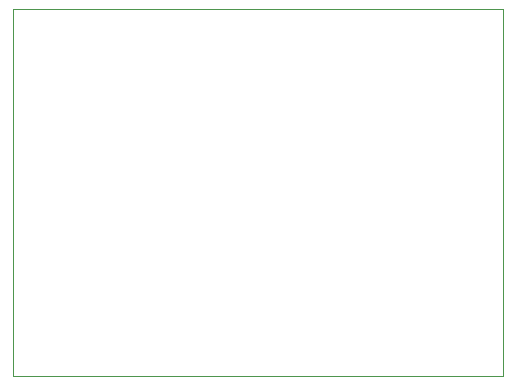
<source format=gm1>
%TF.GenerationSoftware,KiCad,Pcbnew,8.0.8*%
%TF.CreationDate,2025-03-21T07:08:09+05:30*%
%TF.ProjectId,project2_MCU_datalogger,70726f6a-6563-4743-925f-4d43555f6461,1.0*%
%TF.SameCoordinates,Original*%
%TF.FileFunction,Profile,NP*%
%FSLAX46Y46*%
G04 Gerber Fmt 4.6, Leading zero omitted, Abs format (unit mm)*
G04 Created by KiCad (PCBNEW 8.0.8) date 2025-03-21 07:08:09*
%MOMM*%
%LPD*%
G01*
G04 APERTURE LIST*
%TA.AperFunction,Profile*%
%ADD10C,0.050000*%
%TD*%
G04 APERTURE END LIST*
D10*
X24500000Y-16950000D02*
X66000000Y-16950000D01*
X66000000Y-47950000D01*
X24500000Y-47950000D01*
X24500000Y-16950000D01*
M02*

</source>
